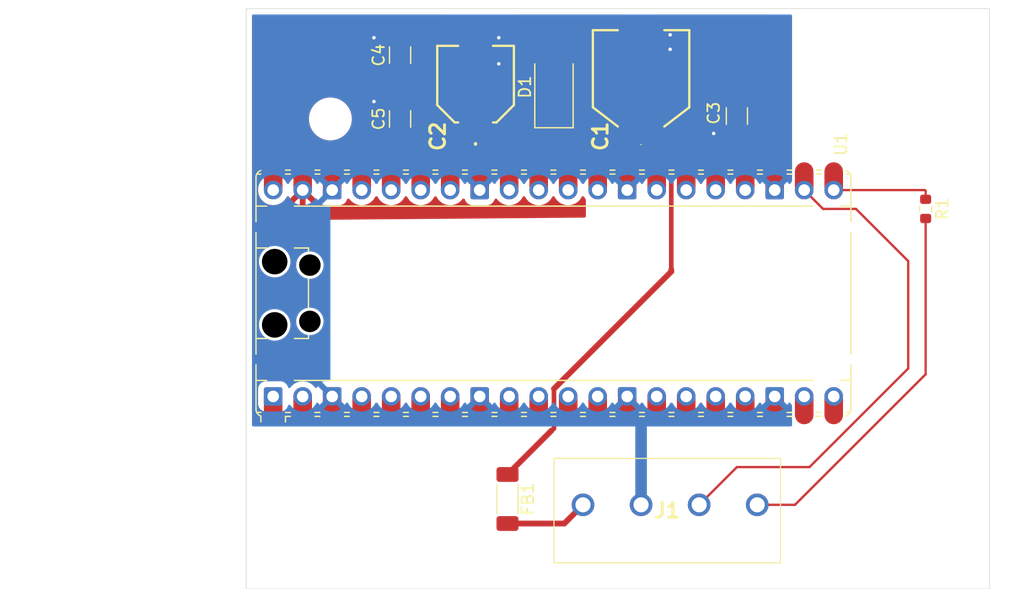
<source format=kicad_pcb>
(kicad_pcb (version 20241229) (generator "pcbnew") (generator_version "9.0")
  (layers (0 "F.Cu" signal) (2 "B.Cu" signal) (13 "F.Paste" user) (15 "B.Paste" user) (5 "F.SilkS" user "F.Silkscreen") (7 "B.SilkS" user "B.Silkscreen") (1 "F.Mask" user) (3 "B.Mask" user) (25 "Edge.Cuts" user))
  (net 0 "")
  (net 1 "GND")
  (net 2 "Net-(D1-A)")
  (net 3 "Net-(D1-K)")
  (net 4 "/uart_tx")
  (net 5 "/uart_rx")
  (net 6 "Net-(U1-GP16)")
  (net 65 "Net-(FB1-Pad2)")
  (footprint "Wayne:EEE1AA221P" (layer "F.Cu") (at 210 51.75 90)
    (property "Reference" "C1" (at -5 -3.5 90) (layer "F.SilkS") (effects (font (size 1.27 1.27) (thickness 0.254))))
    (property "Value" "220uF" (hide yes))
    (pad "1" smd rect (at -3.1 0 180) (size 1.6 4) (layers "F.Cu" "F.Mask" "F.Paste") (net 2 "Net-(D1-A)"))
    (pad "2" smd rect (at 3.1 0 180) (size 1.6 4) (layers "F.Cu" "F.Mask" "F.Paste") (net 1 "GND"))
  )
  (footprint "Inductor_SMD:L_1806_4516Metric" (layer "F.Cu") (at 198.5 88 -90)
    (property "Reference" "FB1" (at 0 -1.75 90) (layer "F.SilkS"))
    (property "Value" "BLM41")
    (pad "1" smd roundrect (at -2.1125 0 270) (size 1.275 1.9) (layers "F.Cu" "F.Mask" "F.Paste") (roundrect_rratio 0.196078) (net 2 "Net-(D1-A)"))
    (pad "2" smd roundrect (at 2.1125 0 270) (size 1.275 1.9) (layers "F.Cu" "F.Mask" "F.Paste") (roundrect_rratio 0.196078) (net 65 "Net-(FB1-Pad2)"))
  )
  (footprint "Capacitor_SMD:C_1206_3216Metric" (layer "F.Cu") (at 189.25 49.75 90)
    (property "Reference" "C4" (at 0 -1.85 90) (layer "F.SilkS"))
    (property "Value" "1.0uF")
    (pad "1" smd roundrect (at -1.475 0 90) (size 1.15 1.8) (layers "F.Cu" "F.Mask" "F.Paste") (roundrect_rratio 0.217391) (net 3 "Net-(D1-K)"))
    (pad "2" smd roundrect (at 1.475 0 90) (size 1.15 1.8) (layers "F.Cu" "F.Mask" "F.Paste") (roundrect_rratio 0.217391) (net 1 "GND"))
  )
  (footprint "Wayne:16SVF180M" (layer "F.Cu") (at 195.75 52.25)
    (property "Reference" "C2" (at -3.25 4.5 90) (layer "F.SilkS") (effects (font (size 1.27 1.27) (thickness 0.254))))
    (property "Value" "100uF" (hide yes))
    (pad "1" smd rect (at 0 2.8) (size 1.6 3.5) (layers "F.Cu" "F.Mask" "F.Paste") (net 3 "Net-(D1-K)"))
    (pad "2" smd rect (at 0 -2.8) (size 1.6 3.5) (layers "F.Cu" "F.Mask" "F.Paste") (net 1 "GND"))
  )
  (footprint "MountingHole:MountingHole_3.2mm_M3" (layer "F.Cu") (at 183.25 55.25)
    (property "Reference" "REF**" (hide yes))
    (property "Value" "MountingHole_3.2mm_M3")
    (pad "" np_thru_hole circle (at 0 0) (size 3.2 3.2) (drill 3.2) (layers "*.Cu" "*.Mask"))
  )
  (footprint "MountingHole:MountingHole_3.2mm_M3" (layer "F.Cu") (at 233.5 55.25)
    (property "Reference" "REF**" (hide yes))
    (property "Value" "MountingHole_3.2mm_M3")
    (pad "" np_thru_hole circle (at 0 0) (size 3.2 3.2) (drill 3.2) (layers "*.Cu" "*.Mask"))
  )
  (footprint "Capacitor_SMD:C_1206_3216Metric" (layer "F.Cu") (at 218.25 55 -90)
    (property "Reference" "C3" (at -0.25 2 90) (layer "F.SilkS"))
    (property "Value" "1.0uF")
    (pad "1" smd roundrect (at -1.475 0 270) (size 1.15 1.8) (layers "F.Cu" "F.Mask" "F.Paste") (roundrect_rratio 0.217391) (net 2 "Net-(D1-A)"))
    (pad "2" smd roundrect (at 1.475 0 270) (size 1.15 1.8) (layers "F.Cu" "F.Mask" "F.Paste") (roundrect_rratio 0.217391) (net 1 "GND"))
  )
  (footprint "MountingHole:MountingHole_3.2mm_M3" (layer "F.Cu") (at 233.5 85.75)
    (property "Reference" "REF**" (hide yes))
    (property "Value" "MountingHole_3.2mm_M3")
    (pad "" np_thru_hole circle (at 0 0) (size 3.2 3.2) (drill 3.2) (layers "*.Cu" "*.Mask"))
  )
  (footprint "Resistor_SMD:R_0603_1608Metric" (layer "F.Cu") (at 234.5 63 -90)
    (property "Reference" "R1" (at 0 -1.43 270) (layer "F.SilkS"))
    (property "Value" "150")
    (pad "1" smd roundrect (at -0.825 0 270) (size 0.8 0.95) (layers "F.Cu" "F.Mask" "F.Paste") (net 6 "Net-(U1-GP16)"))
    (pad "2" smd roundrect (at 0.825 0 270) (size 0.8 0.95) (layers "F.Cu" "F.Mask" "F.Paste") (net 4 "/uart_tx"))
  )
  (footprint "Wayne:1935187" (layer "F.Cu") (at 205 88.5)
    (property "Reference" "J1" (at 7.25 0.5 0) (layer "F.SilkS") (effects (font (size 1.27 1.27) (thickness 0.254))))
    (property "Value" "1935187" (hide yes))
    (pad "1" thru_hole circle (at 0 0) (size 1.95 1.95) (drill 1.3) (layers "*.Cu" "*.Mask") (net 65 "Net-(FB1-Pad2)"))
    (pad "2" thru_hole circle (at 5 0) (size 1.95 1.95) (drill 1.3) (layers "*.Cu" "*.Mask") (net 1 "GND"))
    (pad "3" thru_hole circle (at 10 0) (size 1.95 1.95) (drill 1.3) (layers "*.Cu" "*.Mask") (net 5 "/uart_rx"))
    (pad "4" thru_hole circle (at 15 0) (size 1.95 1.95) (drill 1.3) (layers "*.Cu" "*.Mask") (net 4 "/uart_tx"))
  )
  (footprint "Module:RaspberryPi_Pico_Common_Unspecified" (layer "F.Cu") (at 202.45491 70.270324 90)
    (property "Reference" "U1" (at 11.7475 24.765 90) (layer "F.SilkS") (effects (justify left)))
    (property "Value" "pico")
    (pad "" np_thru_hole circle (at -2.725 -24 90) (size 2.2 2.2) (drill 2.2) (layers "*.Mask"))
    (pad "" np_thru_hole circle (at -2.425 -20.97 90) (size 1.85 1.85) (drill 1.85) (layers "*.Mask"))
    (pad "" np_thru_hole circle (at 2.425 -20.97 90) (size 1.85 1.85) (drill 1.85) (layers "*.Mask"))
    (pad "" np_thru_hole circle (at 2.725 -24 90) (size 2.2 2.2) (drill 2.2) (layers "*.Mask"))
    (pad "1" smd custom (at -9.69 -24.13 90) (size 1.6 0.8) (layers "F.Cu" "F.Mask") (options (clearance outline) (anchor rect)) (primitives (gr_circle (center 0.8 0) (end 1.6 0) (width 0) (fill yes)) (gr_poly (pts (xy -1.6 -0.6) (xy -1.6 0.6) (xy -1.4 0.8) (xy 0.8 0.8) (xy 0.8 -0.8) (xy -1.4 -0.8)) (width 0) (fill yes)) (gr_circle (center -1.4 -0.6) (end -1.2 -0.6) (width 0) (fill yes)) (gr_circle (center -1.4 0.6) (end -1.2 0.6) (width 0) (fill yes))))
    (pad "1" thru_hole roundrect (at -8.89 -24.13 90) (size 1.6 1.6) (drill 1) (layers "*.Cu" "*.Mask") (roundrect_rratio 0.125))
    (pad "2" smd roundrect (at -9.69 -21.59 90) (size 3.2 1.6) (layers "F.Cu" "F.Mask") (roundrect_rratio 0.5))
    (pad "2" thru_hole circle (at -8.89 -21.59 90) (size 1.6 1.6) (drill 1) (layers "*.Cu" "*.Mask"))
    (pad "3" smd custom (at -9.69 -19.05 90) (size 1.6 0.8) (layers "F.Cu" "F.Mask") (net 1 "GND") (options (clearance outline) (anchor rect)) (primitives (gr_circle (center -0.8 0) (end 0 0) (width 0) (fill yes)) (gr_poly (pts (xy 1.6 -0.6) (xy 1.6 0.6) (xy 1.4 0.8) (xy -0.8 0.8) (xy -0.8 -0.8) (xy 1.4 -0.8)) (width 0) (fill yes)) (gr_circle (center 1.4 -0.6) (end 1.6 -0.6) (width 0) (fill yes)) (gr_circle (center 1.4 0.6) (end 1.6 0.6) (width 0) (fill yes))))
    (pad "3" thru_hole custom (at -8.89 -19.05 90) (size 1.6 1.6) (drill 1) (layers "*.Cu" "*.Mask") (net 1 "GND") (options (clearance outline) (anchor circle)) (primitives (gr_poly (pts (xy 0.8 0.6) (xy 0.8 -0.6) (xy 0.6 -0.8) (xy 0 -0.8) (xy 0 0.8) (xy 0.6 0.8)) (width 0) (fill yes)) (gr_circle (center 0.6 0.6) (end 0.8 0.6) (width 0) (fill yes)) (gr_circle (center 0.6 -0.6) (end 0.8 -0.6) (width 0) (fill yes))))
    (pad "4" smd roundrect (at -9.69 -16.51 90) (size 3.2 1.6) (layers "F.Cu" "F.Mask") (roundrect_rratio 0.5))
    (pad "4" thru_hole circle (at -8.89 -16.51 90) (size 1.6 1.6) (drill 1) (layers "*.Cu" "*.Mask"))
    (pad "5" smd roundrect (at -9.69 -13.97 90) (size 3.2 1.6) (layers "F.Cu" "F.Mask") (roundrect_rratio 0.5))
    (pad "5" thru_hole circle (at -8.89 -13.97 90) (size 1.6 1.6) (drill 1) (layers "*.Cu" "*.Mask"))
    (pad "6" smd roundrect (at -9.69 -11.43 90) (size 3.2 1.6) (layers "F.Cu" "F.Mask") (roundrect_rratio 0.5))
    (pad "6" thru_hole circle (at -8.89 -11.43 90) (size 1.6 1.6) (drill 1) (layers "*.Cu" "*.Mask"))
    (pad "7" smd roundrect (at -9.69 -8.89 90) (size 3.2 1.6) (layers "F.Cu" "F.Mask") (roundrect_rratio 0.5))
    (pad "7" thru_hole circle (at -8.89 -8.89 90) (size 1.6 1.6) (drill 1) (layers "*.Cu" "*.Mask"))
    (pad "8" smd custom (at -9.69 -6.35 90) (size 1.6 0.8) (layers "F.Cu" "F.Mask") (net 1 "GND") (options (clearance outline) (anchor rect)) (primitives (gr_circle (center -0.8 0) (end 0 0) (width 0) (fill yes)) (gr_poly (pts (xy 1.6 -0.6) (xy 1.6 0.6) (xy 1.4 0.8) (xy -0.8 0.8) (xy -0.8 -0.8) (xy 1.4 -0.8)) (width 0) (fill yes)) (gr_circle (center 1.4 -0.6) (end 1.6 -0.6) (width 0) (fill yes)) (gr_circle (center 1.4 0.6) (end 1.6 0.6) (width 0) (fill yes))))
    (pad "8" thru_hole custom (at -8.89 -6.35 90) (size 1.6 1.6) (drill 1) (layers "*.Cu" "*.Mask") (net 1 "GND") (options (clearance outline) (anchor circle)) (primitives (gr_poly (pts (xy 0.8 0.6) (xy 0.8 -0.6) (xy 0.6 -0.8) (xy 0 -0.8) (xy 0 0.8) (xy 0.6 0.8)) (width 0) (fill yes)) (gr_circle (center 0.6 0.6) (end 0.8 0.6) (width 0) (fill yes)) (gr_circle (center 0.6 -0.6) (end 0.8 -0.6) (width 0) (fill yes))))
    (pad "9" smd roundrect (at -9.69 -3.81 90) (size 3.2 1.6) (layers "F.Cu" "F.Mask") (roundrect_rratio 0.5))
    (pad "9" thru_hole circle (at -8.89 -3.81 90) (size 1.6 1.6) (drill 1) (layers "*.Cu" "*.Mask"))
    (pad "10" smd roundrect (at -9.69 -1.27 90) (size 3.2 1.6) (layers "F.Cu" "F.Mask") (roundrect_rratio 0.5))
    (pad "10" thru_hole circle (at -8.89 -1.27 90) (size 1.6 1.6) (drill 1) (layers "*.Cu" "*.Mask"))
    (pad "11" smd roundrect (at -9.69 1.27 90) (size 3.2 1.6) (layers "F.Cu" "F.Mask") (roundrect_rratio 0.5))
    (pad "11" thru_hole circle (at -8.89 1.27 90) (size 1.6 1.6) (drill 1) (layers "*.Cu" "*.Mask"))
    (pad "12" smd roundrect (at -9.69 3.81 90) (size 3.2 1.6) (layers "F.Cu" "F.Mask") (roundrect_rratio 0.5))
    (pad "12" thru_hole circle (at -8.89 3.81 90) (size 1.6 1.6) (drill 1) (layers "*.Cu" "*.Mask"))
    (pad "13" smd custom (at -9.69 6.35 90) (size 1.6 0.8) (layers "F.Cu" "F.Mask") (net 1 "GND") (options (clearance outline) (anchor rect)) (primitives (gr_circle (center -0.8 0) (end 0 0) (width 0) (fill yes)) (gr_poly (pts (xy 1.6 -0.6) (xy 1.6 0.6) (xy 1.4 0.8) (xy -0.8 0.8) (xy -0.8 -0.8) (xy 1.4 -0.8)) (width 0) (fill yes)) (gr_circle (center 1.4 -0.6) (end 1.6 -0.6) (width 0) (fill yes)) (gr_circle (center 1.4 0.6) (end 1.6 0.6) (width 0) (fill yes))))
    (pad "13" thru_hole custom (at -8.89 6.35 90) (size 1.6 1.6) (drill 1) (layers "*.Cu" "*.Mask") (net 1 "GND") (options (clearance outline) (anchor circle)) (primitives (gr_poly (pts (xy 0.8 0.6) (xy 0.8 -0.6) (xy 0.6 -0.8) (xy 0 -0.8) (xy 0 0.8) (xy 0.6 0.8)) (width 0) (fill yes)) (gr_circle (center 0.6 0.6) (end 0.8 0.6) (width 0) (fill yes)) (gr_circle (center 0.6 -0.6) (end 0.8 -0.6) (width 0) (fill yes))))
    (pad "14" smd roundrect (at -9.69 8.89 90) (size 3.2 1.6) (layers "F.Cu" "F.Mask") (roundrect_rratio 0.5))
    (pad "14" thru_hole circle (at -8.89 8.89 90) (size 1.6 1.6) (drill 1) (layers "*.Cu" "*.Mask"))
    (pad "15" smd roundrect (at -9.69 11.43 90) (size 3.2 1.6) (layers "F.Cu" "F.Mask") (roundrect_rratio 0.5))
    (pad "15" thru_hole circle (at -8.89 11.43 90) (size 1.6 1.6) (drill 1) (layers "*.Cu" "*.Mask"))
    (pad "16" smd roundrect (at -9.69 13.97 90) (size 3.2 1.6) (layers "F.Cu" "F.Mask") (roundrect_rratio 0.5))
    (pad "16" thru_hole circle (at -8.89 13.97 90) (size 1.6 1.6) (drill 1) (layers "*.Cu" "*.Mask"))
    (pad "17" smd roundrect (at -9.69 16.51 90) (size 3.2 1.6) (layers "F.Cu" "F.Mask") (roundrect_rratio 0.5))
    (pad "17" thru_hole circle (at -8.89 16.51 90) (size 1.6 1.6) (drill 1) (layers "*.Cu" "*.Mask"))
    (pad "18" smd custom (at -9.69 19.05 90) (size 1.6 0.8) (layers "F.Cu" "F.Mask") (net 1 "GND") (options (clearance outline) (anchor rect)) (primitives (gr_circle (center -0.8 0) (end 0 0) (width 0) (fill yes)) (gr_poly (pts (xy 1.6 -0.6) (xy 1.6 0.6) (xy 1.4 0.8) (xy -0.8 0.8) (xy -0.8 -0.8) (xy 1.4 -0.8)) (width 0) (fill yes)) (gr_circle (center 1.4 -0.6) (end 1.6 -0.6) (width 0) (fill yes)) (gr_circle (center 1.4 0.6) (end 1.6 0.6) (width 0) (fill yes))))
    (pad "18" thru_hole custom (at -8.89 19.05 90) (size 1.6 1.6) (drill 1) (layers "*.Cu" "*.Mask") (net 1 "GND") (options (clearance outline) (anchor circle)) (primitives (gr_poly (pts (xy 0.8 0.6) (xy 0.8 -0.6) (xy 0.6 -0.8) (xy 0 -0.8) (xy 0 0.8) (xy 0.6 0.8)) (width 0) (fill yes)) (gr_circle (center 0.6 0.6) (end 0.8 0.6) (width 0) (fill yes)) (gr_circle (center 0.6 -0.6) (end 0.8 -0.6) (width 0) (fill yes))))
    (pad "19" smd roundrect (at -9.69 21.59 90) (size 3.2 1.6) (layers "F.Cu" "F.Mask") (roundrect_rratio 0.5))
    (pad "19" thru_hole circle (at -8.89 21.59 90) (size 1.6 1.6) (drill 1) (layers "*.Cu" "*.Mask"))
    (pad "20" smd roundrect (at -9.69 24.13 90) (size 3.2 1.6) (layers "F.Cu" "F.Mask") (roundrect_rratio 0.5))
    (pad "20" thru_hole circle (at -8.89 24.13 90) (size 1.6 1.6) (drill 1) (layers "*.Cu" "*.Mask"))
    (pad "21" thru_hole circle (at 8.89 24.13 90) (size 1.6 1.6) (drill 1) (layers "*.Cu" "*.Mask") (net 6 "Net-(U1-GP16)"))
    (pad "21" smd roundrect (at 9.69 24.13 90) (size 3.2 1.6) (layers "F.Cu" "F.Mask") (roundrect_rratio 0.5) (net 6 "Net-(U1-GP16)"))
    (pad "22" thru_hole circle (at 8.89 21.59 90) (size 1.6 1.6) (drill 1) (layers "*.Cu" "*.Mask") (net 5 "/uart_rx"))
    (pad "22" smd roundrect (at 9.69 21.59 90) (size 3.2 1.6) (layers "F.Cu" "F.Mask") (roundrect_rratio 0.5) (net 5 "/uart_rx"))
    (pad "23" thru_hole custom (at 8.89 19.05 90) (size 1.6 1.6) (drill 1) (layers "*.Cu" "*.Mask") (net 1 "GND") (options (clearance outline) (anchor circle)) (primitives (gr_poly (pts (xy -0.8 0.6) (xy -0.8 -0.6) (xy -0.6 -0.8) (xy 0 -0.8) (xy 0 0.8) (xy -0.6 0.8)) (width 0) (fill yes)) (gr_circle (center -0.6 0.6) (end -0.4 0.6) (width 0) (fill yes)) (gr_circle (center -0.6 -0.6) (end -0.4 -0.6) (width 0) (fill yes))))
    (pad "23" smd custom (at 9.69 19.05 90) (size 1.6 0.8) (layers "F.Cu" "F.Mask") (net 1 "GND") (options (clearance outline) (anchor rect)) (primitives (gr_circle (center 0.8 0) (end 1.6 0) (width 0) (fill yes)) (gr_poly (pts (xy -1.6 -0.6) (xy -1.6 0.6) (xy -1.4 0.8) (xy 0.8 0.8) (xy 0.8 -0.8) (xy -1.4 -0.8)) (width 0) (fill yes)) (gr_circle (center -1.4 -0.6) (end -1.2 -0.6) (width 0) (fill yes)) (gr_circle (center -1.4 0.6) (end -1.2 0.6) (width 0) (fill yes))))
    (pad "24" thru_hole circle (at 8.89 16.51 90) (size 1.6 1.6) (drill 1) (layers "*.Cu" "*.Mask"))
    (pad "24" smd roundrect (at 9.69 16.51 90) (size 3.2 1.6) (layers "F.Cu" "F.Mask") (roundrect_rratio 0.5))
    (pad "25" thru_hole circle (at 8.89 13.97 90) (size 1.6 1.6) (drill 1) (layers "*.Cu" "*.Mask"))
    (pad "25" smd roundrect (at 9.69 13.97 90) (size 3.2 1.6) (layers "F.Cu" "F.Mask") (roundrect_rratio 0.5))
    (pad "26" thru_hole circle (at 8.89 11.43 90) (size 1.6 1.6) (drill 1) (layers "*.Cu" "*.Mask"))
    (pad "26" smd roundrect (at 9.69 11.43 90) (size 3.2 1.6) (layers "F.Cu" "F.Mask") (roundrect_rratio 0.5))
    (pad "27" thru_hole circle (at 8.89 8.89 90) (size 1.6 1.6) (drill 1) (layers "*.Cu" "*.Mask"))
    (pad "27" smd roundrect (at 9.69 8.89 90) (size 3.2 1.6) (layers "F.Cu" "F.Mask") (roundrect_rratio 0.5))
    (pad "28" thru_hole custom (at 8.89 6.35 90) (size 1.6 1.6) (drill 1) (layers "*.Cu" "*.Mask") (net 1 "GND") (options (clearance outline) (anchor circle)) (primitives (gr_poly (pts (xy -0.8 0.6) (xy -0.8 -0.6) (xy -0.6 -0.8) (xy 0 -0.8) (xy 0 0.8) (xy -0.6 0.8)) (width 0) (fill yes)) (gr_circle (center -0.6 0.6) (end -0.4 0.6) (width 0) (fill yes)) (gr_circle (center -0.6 -0.6) (end -0.4 -0.6) (width 0) (fill yes))))
    (pad "28" smd custom (at 9.69 6.35 90) (size 1.6 0.8) (layers "F.Cu" "F.Mask") (net 1 "GND") (options (clearance outline) (anchor rect)) (primitives (gr_circle (center 0.8 0) (end 1.6 0) (width 0) (fill yes)) (gr_poly (pts (xy -1.6 -0.6) (xy -1.6 0.6) (xy -1.4 0.8) (xy 0.8 0.8) (xy 0.8 -0.8) (xy -1.4 -0.8)) (width 0) (fill yes)) (gr_circle (center -1.4 -0.6) (end -1.2 -0.6) (width 0) (fill yes)) (gr_circle (center -1.4 0.6) (end -1.2 0.6) (width 0) (fill yes))))
    (pad "29" thru_hole circle (at 8.89 3.81 90) (size 1.6 1.6) (drill 1) (layers "*.Cu" "*.Mask"))
    (pad "29" smd roundrect (at 9.69 3.81 90) (size 3.2 1.6) (layers "F.Cu" "F.Mask") (roundrect_rratio 0.5))
    (pad "30" thru_hole circle (at 8.89 1.27 90) (size 1.6 1.6) (drill 1) (layers "*.Cu" "*.Mask"))
    (pad "30" smd roundrect (at 9.69 1.27 90) (size 3.2 1.6) (layers "F.Cu" "F.Mask") (roundrect_rratio 0.5))
    (pad "31" thru_hole circle (at 8.89 -1.27 90) (size 1.6 1.6) (drill 1) (layers "*.Cu" "*.Mask"))
    (pad "31" smd roundrect (at 9.69 -1.27 90) (size 3.2 1.6) (layers "F.Cu" "F.Mask") (roundrect_rratio 0.5))
    (pad "32" thru_hole circle (at 8.89 -3.81 90) (size 1.6 1.6) (drill 1) (layers "*.Cu" "*.Mask"))
    (pad "32" smd roundrect (at 9.69 -3.81 90) (size 3.2 1.6) (layers "F.Cu" "F.Mask") (roundrect_rratio 0.5))
    (pad "33" thru_hole custom (at 8.89 -6.35 90) (size 1.6 1.6) (drill 1) (layers "*.Cu" "*.Mask") (net 1 "GND") (options (clearance outline) (anchor circle)) (primitives (gr_poly (pts (xy -0.8 0.6) (xy -0.8 -0.6) (xy -0.6 -0.8) (xy 0 -0.8) (xy 0 0.8) (xy -0.6 0.8)) (width 0) (fill yes)) (gr_circle (center -0.6 0.6) (end -0.4 0.6) (width 0) (fill yes)) (gr_circle (center -0.6 -0.6) (end -0.4 -0.6) (width 0) (fill yes))))
    (pad "33" smd custom (at 9.69 -6.35 90) (size 1.6 0.8) (layers "F.Cu" "F.Mask") (net 1 "GND") (options (clearance outline) (anchor rect)) (primitives (gr_circle (center 0.8 0) (end 1.6 0) (width 0) (fill yes)) (gr_poly (pts (xy -1.6 -0.6) (xy -1.6 0.6) (xy -1.4 0.8) (xy 0.8 0.8) (xy 0.8 -0.8) (xy -1.4 -0.8)) (width 0) (fill yes)) (gr_circle (center -1.4 -0.6) (end -1.2 -0.6) (width 0) (fill yes)) (gr_circle (center -1.4 0.6) (end -1.2 0.6) (width 0) (fill yes))))
    (pad "34" thru_hole circle (at 8.89 -8.89 90) (size 1.6 1.6) (drill 1) (layers "*.Cu" "*.Mask"))
    (pad "34" smd roundrect (at 9.69 -8.89 90) (size 3.2 1.6) (layers "F.Cu" "F.Mask") (roundrect_rratio 0.5))
    (pad "35" thru_hole circle (at 8.89 -11.43 90) (size 1.6 1.6) (drill 1) (layers "*.Cu" "*.Mask"))
    (pad "35" smd roundrect (at 9.69 -11.43 90) (size 3.2 1.6) (layers "F.Cu" "F.Mask") (roundrect_rratio 0.5))
    (pad "36" thru_hole circle (at 8.89 -13.97 90) (size 1.6 1.6) (drill 1) (layers "*.Cu" "*.Mask"))
    (pad "36" smd roundrect (at 9.69 -13.97 90) (size 3.2 1.6) (layers "F.Cu" "F.Mask") (roundrect_rratio 0.5))
    (pad "37" thru_hole circle (at 8.89 -16.51 90) (size 1.6 1.6) (drill 1) (layers "*.Cu" "*.Mask"))
    (pad "37" smd roundrect (at 9.69 -16.51 90) (size 3.2 1.6) (layers "F.Cu" "F.Mask") (roundrect_rratio 0.5))
    (pad "38" thru_hole custom (at 8.89 -19.05 90) (size 1.6 1.6) (drill 1) (layers "*.Cu" "*.Mask") (net 1 "GND") (options (clearance outline) (anchor circle)) (primitives (gr_poly (pts (xy -0.8 0.6) (xy -0.8 -0.6) (xy -0.6 -0.8) (xy 0 -0.8) (xy 0 0.8) (xy -0.6 0.8)) (width 0) (fill yes)) (gr_circle (center -0.6 0.6) (end -0.4 0.6) (width 0) (fill yes)) (gr_circle (center -0.6 -0.6) (end -0.4 -0.6) (width 0) (fill yes))))
    (pad "38" smd custom (at 9.69 -19.05 90) (size 1.6 0.8) (layers "F.Cu" "F.Mask") (net 1 "GND") (options (clearance outline) (anchor rect)) (primitives (gr_circle (center 0.8 0) (end 1.6 0) (width 0) (fill yes)) (gr_poly (pts (xy -1.6 -0.6) (xy -1.6 0.6) (xy -1.4 0.8) (xy 0.8 0.8) (xy 0.8 -0.8) (xy -1.4 -0.8)) (width 0) (fill yes)) (gr_circle (center -1.4 -0.6) (end -1.2 -0.6) (width 0) (fill yes)) (gr_circle (center -1.4 0.6) (end -1.2 0.6) (width 0) (fill yes))))
    (pad "39" thru_hole circle (at 8.89 -21.59 90) (size 1.6 1.6) (drill 1) (layers "*.Cu" "*.Mask") (net 3 "Net-(D1-K)"))
    (pad "39" smd roundrect (at 9.69 -21.59 90) (size 3.2 1.6) (layers "F.Cu" "F.Mask") (roundrect_rratio 0.5) (net 3 "Net-(D1-K)"))
    (pad "40" thru_hole circle (at 8.89 -24.13 90) (size 1.6 1.6) (drill 1) (layers "*.Cu" "*.Mask"))
    (pad "40" smd roundrect (at 9.69 -24.13 90) (size 3.2 1.6) (layers "F.Cu" "F.Mask") (roundrect_rratio 0.5))
    (zone (net 0) (net_name "") (layers "F.Cu" "B.Cu" "F.Paste" "B.Paste") (name "Antenna Copper Keep Out") (connect_pads (clearance 0)) (min_thickness 0.254)
      (keepout (tracks not_allowed) (vias not_allowed) (pads not_allowed) (copperpour not_allowed) (footprints allowed))
      (fill (thermal_gap 0.508) (thermal_bridge_width 0.508))
      (polygon (pts (xy 227.444805 72.670324) (xy 223.794805 77.370324) (xy 219.45491 77.370324) (xy 219.45491 63.170324) (xy 223.794805 63.170324) (xy 227.444805 67.870324) (xy 228.45491 67.870324) (xy 228.45491 72.670324)))
    )
    (zone (net 0) (net_name "") (layers "F.Cu" "F.Paste") (name "Pad Keep Out D1-W") (connect_pads (clearance 0)) (min_thickness 0.25)
      (keepout (tracks not_allowed) (vias not_allowed) (pads not_allowed) (copperpour not_allowed) (footprints allowed))
      (fill (thermal_gap 0.5) (thermal_bridge_width 0.5))
      (polygon (pts (xy 207.255308 70.641546) (xy 207.199588 70.585826) (xy 207.169432 70.513024) (xy 207.16751 70.473624) (xy 207.16751 69.686224) (xy 209.14231 69.686224) (xy 209.14231 70.473624) (xy 209.140388 70.513024) (xy 209.110232 70.585826) (xy 209.054512 70.641546) (xy 208.98171 70.671702) (xy 208.94231 70.673624) (xy 207.36751 70.673624) (xy 207.32811 70.671702)))
    )
    (zone (net 0) (net_name "") (layers "F.Cu" "F.Paste") (name "Pad Keep Out D1-W") (connect_pads (clearance 0)) (min_thickness 0.25)
      (keepout (tracks not_allowed) (vias not_allowed) (pads not_allowed) (copperpour not_allowed) (footprints allowed))
      (fill (thermal_gap 0.5) (thermal_bridge_width 0.5))
      (polygon (pts (xy 209.14231 68.898824) (xy 209.14231 69.686224) (xy 207.16751 69.686224) (xy 207.16751 68.898824) (xy 207.169432 68.859424) (xy 207.199587 68.786622) (xy 207.255308 68.730901) (xy 207.32811 68.700746) (xy 207.36751 68.698824) (xy 208.94231 68.698824) (xy 208.98171 68.700746) (xy 209.054512 68.730901) (xy 209.110233 68.786622) (xy 209.140388 68.859424)))
    )
    (zone (net 0) (net_name "") (layers "F.Cu" "F.Paste") (name "Pad Keep Out TP3") (connect_pads (clearance 0)) (min_thickness 0.25)
      (keepout (tracks not_allowed) (vias not_allowed) (pads not_allowed) (copperpour not_allowed) (footprints allowed))
      (fill (thermal_gap 0.5) (thermal_bridge_width 0.5))
      (polygon (pts (xy 177.639365 72.218185) (xy 177.512743 72.184256) (xy 177.399216 72.118712) (xy 177.306522 72.026018) (xy 177.240978 71.912491) (xy 177.207049 71.785869) (xy 177.20491 71.720324) (xy 177.20491 71.270324) (xy 179.10491 71.270324) (xy 179.10491 71.720324) (xy 179.102771 71.785869) (xy 179.068842 71.912491) (xy 179.003298 72.026018) (xy 178.910604 72.118712) (xy 178.797077 72.184256) (xy 178.670455 72.218185) (xy 178.60491 72.220324) (xy 177.70491 72.220324)))
    )
    (zone (net 0) (net_name "") (layers "F.Cu" "F.Paste") (name "Pad Keep Out TP2") (connect_pads (clearance 0)) (min_thickness 0.25)
      (keepout (tracks not_allowed) (vias not_allowed) (pads not_allowed) (copperpour not_allowed) (footprints allowed))
      (fill (thermal_gap 0.5) (thermal_bridge_width 0.5))
      (polygon (pts (xy 177.654365 70.218185) (xy 177.527743 70.184256) (xy 177.414216 70.118712) (xy 177.321522 70.026018) (xy 177.255978 69.912491) (xy 177.222049 69.785869) (xy 177.21991 69.720324) (xy 177.21991 69.270324) (xy 179.11991 69.270324) (xy 179.11991 69.720324) (xy 179.117771 69.785869) (xy 179.083842 69.912491) (xy 179.018298 70.026018) (xy 178.925604 70.118712) (xy 178.812077 70.184256) (xy 178.685455 70.218185) (xy 178.61991 70.220324) (xy 177.71991 70.220324)))
    )
    (zone (net 0) (net_name "") (layers "F.Cu" "F.Paste") (name "Pad Keep Out TP3") (connect_pads (clearance 0)) (min_thickness 0.25)
      (keepout (tracks not_allowed) (vias not_allowed) (pads not_allowed) (copperpour not_allowed) (footprints allowed))
      (fill (thermal_gap 0.5) (thermal_bridge_width 0.5))
      (polygon (pts (xy 179.10491 71.270324) (xy 179.10491 70.820324) (xy 179.102771 70.754779) (xy 179.068843 70.628157) (xy 179.003298 70.51463) (xy 178.910604 70.421936) (xy 178.797077 70.356391) (xy 178.670455 70.322463) (xy 178.60491 70.320324) (xy 177.70491 70.320324) (xy 177.639365 70.322463) (xy 177.512743 70.356391) (xy 177.399216 70.421936) (xy 177.306522 70.51463) (xy 177.240977 70.628157) (xy 177.207049 70.754779) (xy 177.20491 70.820324) (xy 177.20491 71.270324)))
    )
    (zone (net 0) (net_name "") (layers "F.Cu" "F.Paste") (name "Pad Keep Out TP2") (connect_pads (clearance 0)) (min_thickness 0.25)
      (keepout (tracks not_allowed) (vias not_allowed) (pads not_allowed) (copperpour not_allowed) (footprints allowed))
      (fill (thermal_gap 0.5) (thermal_bridge_width 0.5))
      (polygon (pts (xy 179.11991 69.270324) (xy 179.11991 68.820324) (xy 179.117771 68.754779) (xy 179.083843 68.628157) (xy 179.018298 68.51463) (xy 178.925604 68.421936) (xy 178.812077 68.356391) (xy 178.685455 68.322463) (xy 178.61991 68.320324) (xy 177.71991 68.320324) (xy 177.654365 68.322463) (xy 177.527743 68.356391) (xy 177.414216 68.421936) (xy 177.321522 68.51463) (xy 177.255977 68.628157) (xy 177.222049 68.754779) (xy 177.21991 68.820324) (xy 177.21991 69.270324)))
    )
    (zone (net 0) (net_name "") (layers "F.Cu" "F.Paste") (name "Pad Keep Out TP1") (connect_pads (clearance 0)) (min_thickness 0.25)
      (keepout (tracks not_allowed) (vias not_allowed) (pads not_allowed) (copperpour not_allowed) (footprints allowed))
      (fill (thermal_gap 0.5) (thermal_bridge_width 0.5))
      (polygon (pts (xy 180.939365 71.218185) (xy 180.812743 71.184256) (xy 180.699216 71.118712) (xy 180.606522 71.026018) (xy 180.540978 70.912491) (xy 180.507049 70.785869) (xy 180.50491 70.720324) (xy 180.50491 70.270324) (xy 182.40491 70.270324) (xy 182.40491 70.720324) (xy 182.402771 70.785869) (xy 182.368842 70.912491) (xy 182.303298 71.026018) (xy 182.210604 71.118712) (xy 182.097077 71.184256) (xy 181.970455 71.218185) (xy 181.90491 71.220324) (xy 181.00491 71.220324)))
    )
    (zone (net 0) (net_name "") (layers "F.Cu" "F.Paste") (name "Pad Keep Out TP1") (connect_pads (clearance 0)) (min_thickness 0.25)
      (keepout (tracks not_allowed) (vias not_allowed) (pads not_allowed) (copperpour not_allowed) (footprints allowed))
      (fill (thermal_gap 0.5) (thermal_bridge_width 0.5))
      (polygon (pts (xy 182.40491 70.270324) (xy 182.40491 69.820324) (xy 182.402771 69.754779) (xy 182.368843 69.628157) (xy 182.303298 69.51463) (xy 182.210604 69.421936) (xy 182.097077 69.356391) (xy 181.970455 69.322463) (xy 181.90491 69.320324) (xy 181.00491 69.320324) (xy 180.939365 69.322463) (xy 180.812743 69.356391) (xy 180.699216 69.421936) (xy 180.606522 69.51463) (xy 180.540977 69.628157) (xy 180.507049 69.754779) (xy 180.50491 69.820324) (xy 180.50491 70.270324)))
    )
    (zone (net 0) (net_name "") (layers "F.Cu" "F.Paste") (name "Pad Keep Out TP4") (connect_pads (clearance 0)) (min_thickness 0.25)
      (keepout (tracks not_allowed) (vias not_allowed) (pads not_allowed) (copperpour not_allowed) (footprints allowed))
      (fill (thermal_gap 0.5) (thermal_bridge_width 0.5))
      (polygon (pts (xy 188.20491 71.820324) (xy 184.50491 71.820324) (xy 184.439365 71.822463) (xy 184.312743 71.856391) (xy 184.199216 71.921936) (xy 184.106522 72.01463) (xy 184.040977 72.128157) (xy 184.007049 72.254779) (xy 184.00491 72.320324) (xy 184.00491 73.220324) (xy 184.007049 73.285869) (xy 184.040977 73.412491) (xy 184.106522 73.526018) (xy 184.199216 73.618712) (xy 184.312743 73.684257) (xy 184.439365 73.718185) (xy 184.50491 73.720324) (xy 188.20491 73.720324)))
    )
    (zone (net 0) (net_name "") (layers "F.Cu" "F.Paste") (name "Pad Keep Out TP6") (connect_pads (clearance 0)) (min_thickness 0.25)
      (keepout (tracks not_allowed) (vias not_allowed) (pads not_allowed) (copperpour not_allowed) (footprints allowed))
      (fill (thermal_gap 0.5) (thermal_bridge_width 0.5))
      (polygon (pts (xy 192.402771 73.285869) (xy 192.368842 73.412491) (xy 192.303298 73.526018) (xy 192.210604 73.618712) (xy 192.097077 73.684256) (xy 191.970455 73.718185) (xy 191.90491 73.720324) (xy 188.20491 73.720324) (xy 188.20491 71.820324) (xy 191.90491 71.820324) (xy 191.970455 71.822463) (xy 192.097077 71.856392) (xy 192.210604 71.921936) (xy 192.303298 72.01463) (xy 192.368842 72.128157) (xy 192.402771 72.254779) (xy 192.40491 72.320324) (xy 192.40491 73.220324)))
    )
    (zone (net 0) (net_name "") (layers "F.Cu" "F.Paste") (name "Pad Keep Out TP7") (connect_pads (clearance 0)) (min_thickness 0.25)
      (keepout (tracks not_allowed) (vias not_allowed) (pads not_allowed) (copperpour not_allowed) (footprints allowed))
      (fill (thermal_gap 0.5) (thermal_bridge_width 0.5))
      (polygon (pts (xy 196.939365 70.218185) (xy 196.812743 70.184256) (xy 196.699216 70.118712) (xy 196.606522 70.026018) (xy 196.540978 69.912491) (xy 196.507049 69.785869) (xy 196.50491 69.720324) (xy 196.50491 69.270324) (xy 198.40491 69.270324) (xy 198.40491 69.720324) (xy 198.402771 69.785869) (xy 198.368842 69.912491) (xy 198.303298 70.026018) (xy 198.210604 70.118712) (xy 198.097077 70.184256) (xy 197.970455 70.218185) (xy 197.90491 70.220324) (xy 197.00491 70.220324)))
    )
    (zone (net 0) (net_name "") (layers "F.Cu" "F.Paste") (name "Pad Keep Out TP7") (connect_pads (clearance 0)) (min_thickness 0.25)
      (keepout (tracks not_allowed) (vias not_allowed) (pads not_allowed) (copperpour not_allowed) (footprints allowed))
      (fill (thermal_gap 0.5) (thermal_bridge_width 0.5))
      (polygon (pts (xy 198.40491 69.270324) (xy 198.40491 68.820324) (xy 198.402771 68.754779) (xy 198.368843 68.628157) (xy 198.303298 68.51463) (xy 198.210604 68.421936) (xy 198.097077 68.356391) (xy 197.970455 68.322463) (xy 197.90491 68.320324) (xy 197.00491 68.320324) (xy 196.939365 68.322463) (xy 196.812743 68.356391) (xy 196.699216 68.421936) (xy 196.606522 68.51463) (xy 196.540977 68.628157) (xy 196.507049 68.754779) (xy 196.50491 68.820324) (xy 196.50491 69.270324)))
    )
    (zone (net 0) (net_name "") (layers "F.Cu" "F.Paste") (name "Pad Keep Out D2") (connect_pads (clearance 0)) (min_thickness 0.25)
      (keepout (tracks not_allowed) (vias not_allowed) (pads not_allowed) (copperpour not_allowed) (footprints allowed))
      (fill (thermal_gap 0.5) (thermal_bridge_width 0.5))
      (polygon (pts (xy 225.35491 69.670324) (xy 225.357372 69.60736) (xy 225.396286 69.487596) (xy 225.470304 69.385718) (xy 225.572182 69.3117) (xy 225.691946 69.272786) (xy 225.75491 69.270324) (arc (start 227.95491 69.270324) (mid 228.662017 69.563217) (end 228.95491 70.270324)) (xy 225.35491 70.270324)))
    )
    (zone (net 0) (net_name "") (layers "F.Cu" "F.Paste") (name "Pad Keep Out D2") (connect_pads (clearance 0)) (min_thickness 0.25)
      (keepout (tracks not_allowed) (vias not_allowed) (pads not_allowed) (copperpour not_allowed) (footprints allowed))
      (fill (thermal_gap 0.5) (thermal_bridge_width 0.5))
      (polygon (pts (xy 225.35491 70.870324) (xy 225.35491 70.270324) (arc (start 228.95491 70.270324) (mid 228.662017 70.977431) (end 227.95491 71.270324)) (xy 225.75491 71.270324) (xy 225.691904 71.268131) (xy 225.572058 71.229191) (xy 225.470111 71.155123) (xy 225.396043 71.053176) (xy 225.357103 70.93333)))
    )
    (zone (net 0) (net_name "") (layers "F.Cu" "F.Paste") (name "Pad Keep Out D3-W") (connect_pads (clearance 0)) (min_thickness 0.254)
      (keepout (tracks not_allowed) (vias not_allowed) (pads not_allowed) (copperpour not_allowed) (footprints allowed))
      (fill (thermal_gap 0.508) (thermal_bridge_width 0.508))
      (polygon (pts (xy 208.15491 63.614046) (xy 207.962195 63.632942) (xy 207.77682 63.68891) (xy 207.605847 63.779818) (xy 207.455787 63.902204) (xy 207.332357 64.051405) (xy 207.240258 64.22174) (xy 207.182997 64.406719) (xy 207.162756 64.599297) (xy 207.180306 64.79214) (xy 207.234979 64.9779) (xy 207.324691 65.149504) (xy 207.446026 65.300415) (xy 207.594362 65.424883) (xy 207.76405 65.51817) (xy 207.948625 65.576721) (xy 208.141057 65.598305) (xy 208.334017 65.582102) (xy 208.520155 65.528728) (xy 208.692381 65.440216) (xy 208.844135 65.319937) (xy 208.969636 65.172473) (xy 209.064105 65.003442) (xy 209.123943 64.81928) (xy 209.14687 64.627003) (xy 209.132015 64.433934) (xy 209.079941 64.247428) (xy 208.992634 64.074588) (xy 208.873417 63.921999) (xy 208.726833 63.795471) (xy 208.558465 63.699824) (xy 208.374726 63.638702) (xy 208.182613 63.614433)))
    )
    (zone (net 0) (net_name "") (layers "F.Cu" "F.Paste") (name "Pad Keep Out D2-W") (connect_pads (clearance 0)) (min_thickness 0.254)
      (keepout (tracks not_allowed) (vias not_allowed) (pads not_allowed) (copperpour not_allowed) (footprints allowed))
      (fill (thermal_gap 0.508) (thermal_bridge_width 0.508))
      (polygon (pts (xy 208.15491 66.154046) (xy 207.962195 66.172942) (xy 207.77682 66.22891) (xy 207.605847 66.319818) (xy 207.455787 66.442204) (xy 207.332357 66.591405) (xy 207.240258 66.76174) (xy 207.182997 66.946719) (xy 207.162756 67.139297) (xy 207.180306 67.33214) (xy 207.234979 67.5179) (xy 207.324691 67.689504) (xy 207.446026 67.840415) (xy 207.594362 67.964883) (xy 207.76405 68.05817) (xy 207.948625 68.116721) (xy 208.141057 68.138305) (xy 208.334017 68.122102) (xy 208.520155 68.068728) (xy 208.692381 67.980216) (xy 208.844135 67.859937) (xy 208.969636 67.712473) (xy 209.064105 67.543442) (xy 209.123943 67.35928) (xy 209.14687 67.167003) (xy 209.132015 66.973934) (xy 209.079941 66.787428) (xy 208.992634 66.614588) (xy 208.873417 66.461999) (xy 208.726833 66.335471) (xy 208.558465 66.239824) (xy 208.374726 66.178702) (xy 208.182613 66.154433)))
    )
    (zone (net 0) (net_name "") (layers "F.Cu" "F.Paste") (name "Pad Keep Out D3") (connect_pads (clearance 0)) (min_thickness 0.25)
      (keepout (tracks not_allowed) (vias not_allowed) (pads not_allowed) (copperpour not_allowed) (footprints allowed))
      (fill (thermal_gap 0.5) (thermal_bridge_width 0.5))
      (polygon (pts (arc (start 227.954835 68.730183) (mid 228.661942 68.43729) (end 228.954835 67.730183)) (arc (start 225.354835 67.730183) (mid 225.647728 68.43729) (end 226.354835 68.730183))))
    )
    (zone (net 0) (net_name "") (layers "F.Cu" "F.Paste") (name "Pad Keep Out D1") (connect_pads (clearance 0)) (min_thickness 0.25)
      (keepout (tracks not_allowed) (vias not_allowed) (pads not_allowed) (copperpour not_allowed) (footprints allowed))
      (fill (thermal_gap 0.5) (thermal_bridge_width 0.5))
      (polygon (pts (arc (start 227.95491 73.810324) (mid 228.662017 73.517431) (end 228.95491 72.810324)) (arc (start 225.35491 72.810324) (mid 225.647803 73.517431) (end 226.35491 73.810324))))
    )
    (zone (net 0) (net_name "") (layers "F.Cu" "F.Paste") (name "Pad Keep Out D3") (connect_pads (clearance 0)) (min_thickness 0.25)
      (keepout (tracks not_allowed) (vias not_allowed) (pads not_allowed) (copperpour not_allowed) (footprints allowed))
      (fill (thermal_gap 0.5) (thermal_bridge_width 0.5))
      (polygon (pts (arc (start 228.954835 67.730183) (mid 228.661942 67.023076) (end 227.954835 66.730183)) (arc (start 226.354835 66.730183) (mid 225.647728 67.023076) (end 225.354835 67.730183))))
    )
    (zone (net 0) (net_name "") (layers "F.Cu" "F.Paste") (name "Pad Keep Out D1") (connect_pads (clearance 0)) (min_thickness 0.25)
      (keepout (tracks not_allowed) (vias not_allowed) (pads not_allowed) (copperpour not_allowed) (footprints allowed))
      (fill (thermal_gap 0.5) (thermal_bridge_width 0.5))
      (polygon (pts (arc (start 228.95491 72.810324) (mid 228.662017 72.103217) (end 227.95491 71.810324)) (arc (start 226.35491 71.810324) (mid 225.647803 72.103217) (end 225.35491 72.810324))))
    )
  )
  (footprint "Diode_SMD:D_SMA" (layer "F.Cu") (at 202.5 52.5 90)
    (property "Reference" "D1" (at 0 -2.5 90) (layer "F.SilkS"))
    (property "Value" "SS14")
    (pad "1" smd roundrect (at -2 0 90) (size 2.5 1.8) (layers "F.Cu" "F.Mask" "F.Paste") (roundrect_rratio 0.1388888889) (net 3 "Net-(D1-K)"))
    (pad "2" smd roundrect (at 2 0 90) (size 2.5 1.8) (layers "F.Cu" "F.Mask" "F.Paste") (roundrect_rratio 0.1388888889) (net 2 "Net-(D1-A)"))
  )
  (footprint "MountingHole:MountingHole_3.2mm_M3" (layer "F.Cu") (at 183.25 85.75)
    (property "Reference" "REF**" (hide yes))
    (property "Value" "MountingHole_3.2mm_M3")
    (pad "" np_thru_hole circle (at 0 0) (size 3.2 3.2) (drill 3.2) (layers "*.Cu" "*.Mask"))
  )
  (footprint "Capacitor_SMD:C_1206_3216Metric" (layer "F.Cu") (at 189.25 55.25 90)
    (property "Reference" "C5" (at 0 -1.85 90) (layer "F.SilkS"))
    (property "Value" "0.1uF")
    (pad "1" smd roundrect (at -1.475 0 90) (size 1.15 1.8) (layers "F.Cu" "F.Mask" "F.Paste") (roundrect_rratio 0.217391) (net 3 "Net-(D1-K)"))
    (pad "2" smd roundrect (at 1.475 0 90) (size 1.15 1.8) (layers "F.Cu" "F.Mask" "F.Paste") (roundrect_rratio 0.217391) (net 1 "GND"))
  )
  (gr_rect (start 176 45.75) (end 240 95.75) (stroke (width 0.05)) (fill no) (layer "Edge.Cuts"))
  (segment (start 196.8 50.5) (end 195.75 49.45) (width 0.5) (layer "F.Cu") (net 1))
  (segment (start 197.75 48.25) (end 196.95 48.25) (width 0.5) (layer "F.Cu") (net 1))
  (segment (start 216.25 56.5) (end 216.5 56.5) (width 0.2) (layer "F.Cu") (net 1))
  (segment (start 210.65 48) (end 210 48.65) (width 0.2) (layer "F.Cu") (net 1))
  (segment (start 210.6 49.25) (end 210 48.65) (width 0.2) (layer "F.Cu") (net 1))
  (segment (start 216.525 56.475) (end 218.25 56.475) (width 0.5) (layer "F.Cu") (net 1))
  (segment (start 216.5 56.5) (end 216.525 56.475) (width 0.2) (layer "F.Cu") (net 1))
  (segment (start 187.025 53.775) (end 189.25 53.775) (width 0.5) (layer "F.Cu") (net 1))
  (segment (start 197.75 50.5) (end 196.8 50.5) (width 0.5) (layer "F.Cu") (net 1))
  (segment (start 187.025 48.275) (end 189.25 48.275) (width 0.5) (layer "F.Cu") (net 1))
  (segment (start 187 48.25) (end 187.025 48.275) (width 0.2) (layer "F.Cu") (net 1))
  (segment (start 212.5 49.25) (end 210.6 49.25) (width 0.5) (layer "F.Cu") (net 1))
  (segment (start 212.5 48) (end 210.65 48) (width 0.5) (layer "F.Cu") (net 1))
  (segment (start 187 53.75) (end 187.025 53.775) (width 0.2) (layer "F.Cu") (net 1))
  (segment (start 196.95 48.25) (end 195.75 49.45) (width 0.5) (layer "F.Cu") (net 1))
  (via (at 216.25 56.5) (size 0.6) (drill 0.3) (layers "F.Cu" "B.Cu") (net 1))
  (via (at 197.75 48.25) (size 0.6) (drill 0.3) (layers "F.Cu" "B.Cu") (net 1))
  (via (at 197.75 50.5) (size 0.6) (drill 0.3) (layers "F.Cu" "B.Cu") (net 1))
  (via (at 187 48.25) (size 0.6) (drill 0.3) (layers "F.Cu" "B.Cu") (net 1))
  (via (at 212.5 49.25) (size 0.6) (drill 0.3) (layers "F.Cu" "B.Cu") (net 1))
  (via (at 212.5 48) (size 0.6) (drill 0.3) (layers "F.Cu" "B.Cu") (net 1))
  (via (at 187 53.75) (size 0.6) (drill 0.3) (layers "F.Cu" "B.Cu") (net 1))
  (segment (start 210 88.5) (end 210 81) (width 1) (layer "B.Cu") (net 1))
  (segment (start 212.6 68.25) (end 212.6 58) (width 0.4) (layer "F.Cu") (net 2))
  (segment (start 202.5 78.5) (end 212.6 68.4) (width 0.5) (layer "F.Cu") (net 2))
  (segment (start 212.6 68.4) (end 212.6 68.25) (width 0.5) (layer "F.Cu") (net 2))
  (segment (start 198.5 85.8875) (end 202.28591 82.10159) (width 0.5) (layer "F.Cu") (net 2))
  (segment (start 202.5 81.94375) (end 202.5 78.55625) (width 0.4) (layer "F.Cu") (net 2))
  (segment (start 234.5 77.25) (end 234.5 63.825) (width 0.2) (layer "F.Cu") (net 4))
  (segment (start 220 88.5) (end 223.25 88.5) (width 0.2) (layer "F.Cu") (net 4))
  (segment (start 223.25 88.5) (end 234.5 77.25) (width 0.2) (layer "F.Cu") (net 4))
  (segment (start 224.5 85.25) (end 218.25 85.25) (width 0.2) (layer "F.Cu") (net 5))
  (segment (start 224.5 60.125234) (end 224.04491 60.580324) (width 0.2) (layer "F.Cu") (net 5))
  (segment (start 233 76.75) (end 224.5 85.25) (width 0.2) (layer "F.Cu") (net 5))
  (segment (start 218.25 85.25) (end 215 88.5) (width 0.2) (layer "F.Cu") (net 5))
  (segment (start 224.04491 61.380324) (end 225.664586 63) (width 0.2) (layer "F.Cu") (net 5))
  (segment (start 225.664586 63) (end 228.5 63) (width 0.2) (layer "F.Cu") (net 5))
  (segment (start 233 67.5) (end 233 76.75) (width 0.2) (layer "F.Cu") (net 5))
  (segment (start 228.5 63) (end 233 67.5) (width 0.2) (layer "F.Cu") (net 5))
  (segment (start 234.5 61.45) (end 234.5 62.175) (width 0.2) (layer "F.Cu") (net 6))
  (segment (start 226.58491 61.380324) (end 234.430324 61.380324) (width 0.2) (layer "F.Cu") (net 6))
  (segment (start 234.430324 61.380324) (end 234.5 61.45) (width 0.2) (layer "F.Cu") (net 6))
  (segment (start 226.5 60.495414) (end 226.58491 60.580324) (width 0.2) (layer "F.Cu") (net 6))
  (segment (start 203.3875 90.1125) (end 205 88.5) (width 0.5) (layer "F.Cu") (net 65))
  (segment (start 198.5 90.1125) (end 203.3875 90.1125) (width 0.5) (layer "F.Cu") (net 65))
  (zone (net 2) (net_name "Net-(D1-A)") (layer "F.Cu") (priority 1) (connect_pads (clearance 0.5)) (min_thickness 0.25) (fill yes (thermal_gap 0.5) (thermal_bridge_width 0.5) (island_removal_mode 1) (island_area_min 10))
    (polygon (pts (xy 199 45.25) (xy 216.25 45.25) (xy 216 45.25) (xy 221 45.25) (xy 221 58.5) (xy 205.5 58.5) (xy 205.5 52.5) (xy 199 52.5)))
  )
  (zone (net 3) (net_name "Net-(D1-K)") (layer "F.Cu") (connect_pads (clearance 0.5)) (min_thickness 0.25) (fill yes (thermal_gap 0.5) (thermal_bridge_width 0.5))
    (polygon (pts (xy 175.5 45.25) (xy 193.25 45.25) (xy 193.25 52.75) (xy 205.25 52.75) (xy 205.25 63.75) (xy 175.5 64)))
  )
  (zone (net 1) (net_name "GND") (layer "B.Cu") (priority 2) (connect_pads (clearance 0.5)) (min_thickness 0.25) (fill yes (thermal_gap 0.5) (thermal_bridge_width 0.5) (island_removal_mode 1) (island_area_min 10))
    (polygon (pts (xy 175.25 45) (xy 223 45) (xy 223 61.5) (xy 183.25 61.5) (xy 183.25 79) (xy 223 79.25) (xy 223 81.75) (xy 175 81.75)))
  )
)
</source>
